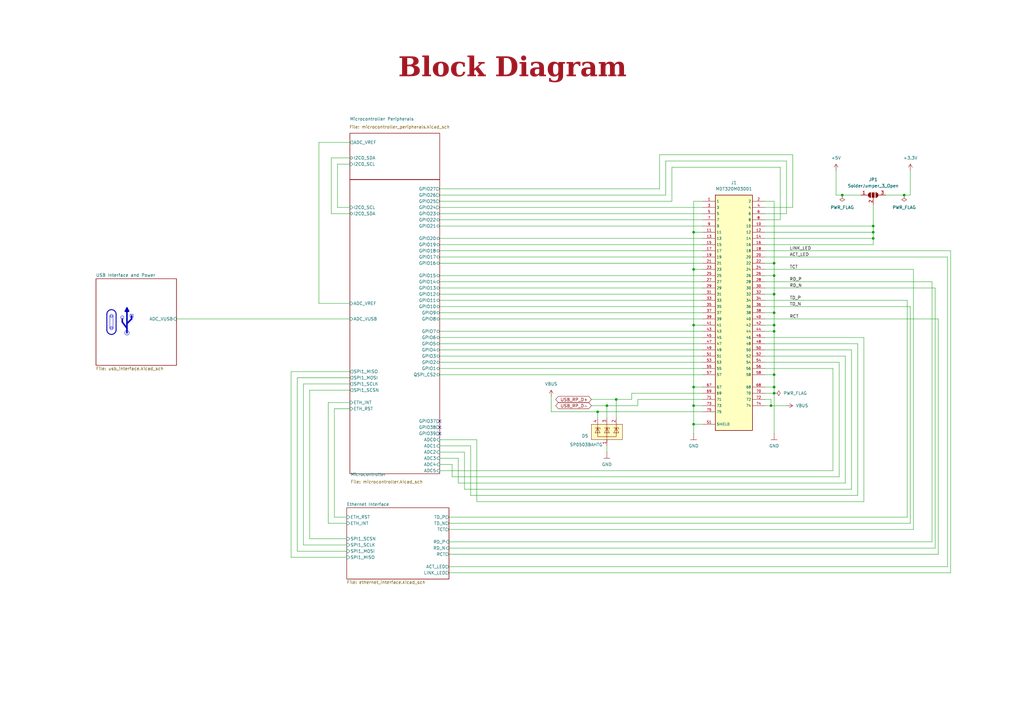
<source format=kicad_sch>
(kicad_sch (version 20250114) (generator "eeschema") (generator_version "9.0")
  (paper "A3")
  (title_block (title "Project Architecture") (date "2026-02-05") (rev "1.0.0") (company "DvidMakesThings"))
  (lib_symbols
    (symbol "DS_Connector:PCIe M.2 M-Key Card" (exclude_from_sim yes) (in_bom no)
      (property "Reference" "J" (at -7.112 53.34 0))
      (property "Value" "MDT320M03001" (at -9.398 -53.594 0))
      (symbol "PCIe M.2 M-Key Card_0_0"
        (rectangle (start -7.62 -48.26) (end 7.62 48.26) (stroke (width 0.254)) (fill (type background)))
        (pin passive line (at -12.7 45.72 0) (length 5.08) (name "1") (number "1"))
        (pin passive line (at -12.7 43.18 0) (length 5.08) (name "3") (number "3"))
        (pin passive line (at -12.7 40.64 0) (length 5.08) (name "5") (number "5"))
        (pin passive line (at -12.7 38.1 0) (length 5.08) (name "7") (number "7"))
        (pin passive line (at -12.7 35.56 0) (length 5.08) (name "9") (number "9"))
        (pin passive line (at -12.7 33.02 0) (length 5.08) (name "11") (number "11"))
        (pin passive line (at -12.7 30.48 0) (length 5.08) (name "13") (number "13"))
        (pin passive line (at -12.7 27.94 0) (length 5.08) (name "15") (number "15"))
        (pin passive line (at -12.7 25.4 0) (length 5.08) (name "17") (number "17"))
        (pin passive line (at -12.7 22.86 0) (length 5.08) (name "19") (number "19"))
        (pin passive line (at -12.7 20.32 0) (length 5.08) (name "21") (number "21"))
        (pin passive line (at -12.7 17.78 0) (length 5.08) (name "23") (number "23"))
        (pin passive line (at -12.7 15.24 0) (length 5.08) (name "25") (number "25"))
        (pin passive line (at -12.7 12.7 0) (length 5.08) (name "27") (number "27"))
        (pin passive line (at -12.7 10.16 0) (length 5.08) (name "29") (number "29"))
        (pin passive line (at -12.7 7.62 0) (length 5.08) (name "31") (number "31"))
        (pin passive line (at -12.7 5.08 0) (length 5.08) (name "33") (number "33"))
        (pin passive line (at -12.7 2.54 0) (length 5.08) (name "35") (number "35"))
        (pin passive line (at -12.7 0 0) (length 5.08) (name "37") (number "37"))
        (pin passive line (at -12.7 -2.54 0) (length 5.08) (name "39") (number "39"))
        (pin passive line (at -12.7 -5.08 0) (length 5.08) (name "41") (number "41"))
        (pin passive line (at -12.7 -7.62 0) (length 5.08) (name "43") (number "43"))
        (pin passive line (at -12.7 -10.16 0) (length 5.08) (name "45") (number "45"))
        (pin passive line (at -12.7 -12.7 0) (length 5.08) (name "47") (number "47"))
        (pin passive line (at -12.7 -15.24 0) (length 5.08) (name "49") (number "49"))
        (pin passive line (at -12.7 -17.78 0) (length 5.08) (name "51") (number "51"))
        (pin passive line (at -12.7 -20.32 0) (length 5.08) (name "53") (number "53"))
        (pin passive line (at -12.7 -22.86 0) (length 5.08) (name "55") (number "55"))
        (pin passive line (at -12.7 -25.4 0) (length 5.08) (name "57") (number "57"))
        (pin passive line (at -12.7 -30.48 0) (length 5.08) (name "67") (number "67"))
        (pin passive line (at -12.7 -33.02 0) (length 5.08) (name "69") (number "69"))
        (pin passive line (at -12.7 -35.56 0) (length 5.08) (name "71") (number "71"))
        (pin passive line (at -12.7 -38.1 0) (length 5.08) (name "73") (number "73"))
        (pin passive line (at -12.7 -40.64 0) (length 5.08) (name "75") (number "75"))
        (pin passive line (at -12.7 -45.72 0) (length 5.08) (name "SHIELD") (number "S1"))
        (pin passive line (at -12.7 -45.72 0) (length 5.08) (hide yes) (name "SHIELD") (number "S2"))
        (pin passive line (at 12.7 45.72 180) (length 5.08) (name "2") (number "2"))
        (pin passive line (at 12.7 43.18 180) (length 5.08) (name "4") (number "4"))
        (pin passive line (at 12.7 40.64 180) (length 5.08) (name "6") (number "6"))
        (pin passive line (at 12.7 38.1 180) (length 5.08) (name "8") (number "8"))
        (pin passive line (at 12.7 35.56 180) (length 5.08) (name "10") (number "10"))
        (pin passive line (at 12.7 33.02 180) (length 5.08) (name "12") (number "12"))
        (pin passive line (at 12.7 30.48 180) (length 5.08) (name "14") (number "14"))
        (pin passive line (at 12.7 27.94 180) (length 5.08) (name "16") (number "16"))
        (pin passive line (at 12.7 25.4 180) (length 5.08) (name "18") (number "18"))
        (pin passive line (at 12.7 22.86 180) (length 5.08) (name "20") (number "20"))
        (pin passive line (at 12.7 20.32 180) (length 5.08) (name "22") (number "22"))
        (pin passive line (at 12.7 17.78 180) (length 5.08) (name "24") (number "24"))
        (pin passive line (at 12.7 15.24 180) (length 5.08) (name "26") (number "26"))
        (pin passive line (at 12.7 12.7 180) (length 5.08) (name "28") (number "28"))
        (pin passive line (at 12.7 10.16 180) (length 5.08) (name "30") (number "30"))
        (pin passive line (at 12.7 7.62 180) (length 5.08) (name "32") (number "32"))
        (pin passive line (at 12.7 5.08 180) (length 5.08) (name "34") (number "34"))
        (pin passive line (at 12.7 2.54 180) (length 5.08) (name "36") (number "36"))
        (pin passive line (at 12.7 0 180) (length 5.08) (name "38") (number "38"))
        (pin passive line (at 12.7 -2.54 180) (length 5.08) (name "40") (number "40"))
        (pin passive line (at 12.7 -5.08 180) (length 5.08) (name "42") (number "42"))
        (pin passive line (at 12.7 -7.62 180) (length 5.08) (name "44") (number "44"))
        (pin passive line (at 12.7 -10.16 180) (length 5.08) (name "46") (number "46"))
        (pin passive line (at 12.7 -12.7 180) (length 5.08) (name "48") (number "48"))
        (pin passive line (at 12.7 -15.24 180) (length 5.08) (name "50") (number "50"))
        (pin passive line (at 12.7 -17.78 180) (length 5.08) (name "52") (number "52"))
        (pin passive line (at 12.7 -20.32 180) (length 5.08) (name "54") (number "54"))
        (pin passive line (at 12.7 -22.86 180) (length 5.08) (name "56") (number "56"))
        (pin passive line (at 12.7 -25.4 180) (length 5.08) (name "58") (number "58"))
        (pin passive line (at 12.7 -30.48 180) (length 5.08) (name "68") (number "68"))
        (pin passive line (at 12.7 -33.02 180) (length 5.08) (name "70") (number "70"))
        (pin passive line (at 12.7 -35.56 180) (length 5.08) (name "72") (number "72"))
        (pin passive line (at 12.7 -38.1 180) (length 5.08) (name "74") (number "74"))
      )
    )
    (symbol "DS_Diode:SP0503BAHTG"
      (property "Reference" "D" (at 7.112 -0.762 0))
      (property "Value" "SP0503BAHTG" (at 6.858 -3.048 0))
      (symbol "SP0503BAHTG_0_1"
        (polyline (pts (xy -3.81 1.27) (xy -3.81 2.54) (xy -3.81 0)))
        (polyline (pts (xy -3.81 1.016) (xy -3.81 -1.016)))
        (polyline (pts (xy -3.81 0) (xy -3.81 -2.54) (xy 3.81 -2.54) (xy 3.81 0)))
        (polyline (pts (xy -2.794 1.016) (xy -4.826 1.016) (xy -4.826 0.508)))
        (polyline (pts (xy -2.794 -1.016) (xy -3.81 1.016) (xy -4.826 -1.016) (xy -2.794 -1.016)))
        (polyline (pts (xy 0 1.016) (xy 0 -1.016)))
        (polyline (pts (xy 0 0) (xy 0 2.54)))
        (polyline (pts (xy 0 -2.54) (xy 0 0)))
        (polyline (pts (xy 0 -5.08) (xy 0 -2.54)))
        (polyline (pts (xy 1.016 1.016) (xy -1.016 1.016) (xy -1.016 0.508)))
        (polyline (pts (xy 1.016 -1.016) (xy 0 1.016) (xy -1.016 -1.016) (xy 1.016 -1.016)))
        (polyline (pts (xy 3.81 1.016) (xy 3.81 -1.016)))
        (polyline (pts (xy 3.81 0) (xy 3.81 2.54)))
        (polyline (pts (xy 4.826 1.016) (xy 2.794 1.016) (xy 2.794 0.508)))
        (polyline (pts (xy 4.826 -1.016) (xy 3.81 1.016) (xy 2.794 -1.016) (xy 4.826 -1.016)))
      )
      (symbol "SP0503BAHTG_1_1"
        (rectangle (start -6.35 2.54) (end 6.35 -3.81) (fill (type color) (color 255 255 195 1)))
        (pin passive line (at -3.81 5.08 270) (length 2.54) (name "") (number "2"))
        (pin passive line (at 0 5.08 270) (length 2.54) (name "") (number "3"))
        (pin passive line (at 0 -6.35 90) (length 2.54) (name "") (number "1"))
        (pin passive line (at 3.81 5.08 270) (length 2.54) (name "") (number "4"))
      )
    )
    (symbol "DS_Supply:GND" (power) (pin_numbers (hide yes)) (pin_names (offset 0) (hide yes))
      (property "Value" "GND" (at 0 -3.81 0))
      (symbol "GND_0_1"
        (polyline (pts (xy 0 0) (xy 0 -2.54) (xy 1.27 -2.54) (xy 0 -2.54) (xy -1.27 -2.54) (xy 0 -2.54)))
      )
      (symbol "GND_1_1"
        (pin power_in line (at 0 0 270) (length 0) (name "~") (number "1"))
      )
    )
    (symbol "Jumper:SolderJumper_3_Open" (pin_names (offset 0) (hide yes)) (in_bom no)
      (property "Reference" "JP" (at -2.54 -2.54 0))
      (property "Value" "SolderJumper_3_Open" (at 0 2.794 0))
      (symbol "SolderJumper_3_Open_0_1"
        (polyline (pts (xy -2.54 0) (xy -2.032 0)))
        (polyline (pts (xy -1.016 1.016) (xy -1.016 -1.016)))
        (arc (start -1.016 -1.016) (mid -2.0276 0) (end -1.016 1.016))
        (arc (start -1.016 -1.016) (mid -2.0276 0) (end -1.016 1.016) (fill (type outline)))
        (rectangle (start -0.508 1.016) (end 0.508 -1.016) (fill (type outline)))
        (polyline (pts (xy 0 -1.27) (xy 0 -1.016)))
        (arc (start 1.016 1.016) (mid 2.0276 0) (end 1.016 -1.016))
        (arc (start 1.016 1.016) (mid 2.0276 0) (end 1.016 -1.016) (fill (type outline)))
        (polyline (pts (xy 1.016 1.016) (xy 1.016 -1.016)))
        (polyline (pts (xy 2.54 0) (xy 2.032 0)))
      )
      (symbol "SolderJumper_3_Open_1_1"
        (pin passive line (at -5.08 0 0) (length 2.54) (name "A") (number "1"))
        (pin passive line (at 0 -3.81 90) (length 2.54) (name "C") (number "2"))
        (pin passive line (at 5.08 0 180) (length 2.54) (name "B") (number "3"))
      )
    )
    (symbol "power:+3.3V" (power) (pin_numbers (hide yes)) (pin_names (offset 0) (hide yes))
      (property "Value" "+3.3V" (at 0 3.556 0))
      (symbol "+3.3V_0_1"
        (polyline (pts (xy -0.762 1.27) (xy 0 2.54)))
        (polyline (pts (xy 0 2.54) (xy 0.762 1.27)))
        (polyline (pts (xy 0 0) (xy 0 2.54)))
      )
      (symbol "+3.3V_1_1"
        (pin power_in line (at 0 0 90) (length 0) (name "~") (number "1"))
      )
    )
    (symbol "power:+5V" (power) (pin_numbers (hide yes)) (pin_names (offset 0) (hide yes))
      (property "Value" "+5V" (at 0 3.556 0))
      (symbol "+5V_0_1"
        (polyline (pts (xy -0.762 1.27) (xy 0 2.54)))
        (polyline (pts (xy 0 2.54) (xy 0.762 1.27)))
        (polyline (pts (xy 0 0) (xy 0 2.54)))
      )
      (symbol "+5V_1_1"
        (pin power_in line (at 0 0 90) (length 0) (name "~") (number "1"))
      )
    )
    (symbol "power:PWR_FLAG" (power) (pin_numbers (hide yes)) (pin_names (offset 0) (hide yes))
      (property "Value" "PWR_FLAG" (at 0 3.81 0))
      (symbol "PWR_FLAG_0_0"
        (pin power_out line (at 0 0 90) (length 0) (name "~") (number "1"))
      )
      (symbol "PWR_FLAG_0_1"
        (polyline (pts (xy 0 0) (xy 0 1.27) (xy -1.016 1.905) (xy 0 2.54) (xy 1.016 1.905) (xy 0 1.27)))
      )
    )
    (symbol "power:VBUS" (power) (pin_numbers (hide yes)) (pin_names (offset 0) (hide yes))
      (property "Value" "VBUS" (at 0 3.556 0))
      (symbol "VBUS_0_1"
        (polyline (pts (xy -0.762 1.27) (xy 0 2.54)))
        (polyline (pts (xy 0 2.54) (xy 0.762 1.27)))
        (polyline (pts (xy 0 0) (xy 0 2.54)))
      )
      (symbol "VBUS_1_1"
        (pin power_in line (at 0 0 90) (length 0) (name "~") (number "1"))
      )
    )
  )
  (rectangle (start 53.34 128.905) (end 54.61 130.175) (fill (type color)))
  (arc (start 47.625 135.255) (mid 47.067 136.602) (end 45.72 137.16) (stroke (width 0.381)))
  (circle (center 45.72 134.62) (radius 0.635) (fill (type color)))
  (circle (center 45.72 129.54) (radius 0.635) (fill (type color)))
  (arc (start 45.72 127) (mid 47.067 127.558) (end 47.625 128.905) (stroke (width 0.381)))
  (circle (center 52.07 136.525) (radius 0.898) (fill (type color)))
  (circle (center 50.165 130.175) (radius 0.635) (fill (type color)))
  (rectangle (start 45.085 129.54) (end 46.355 134.62) (fill (type color)))
  (arc (start 45.72 137.16) (mid 44.373 136.602) (end 43.815 135.255) (stroke (width 0.381)))
  (arc (start 43.815 128.905) (mid 44.373 127.558) (end 45.72 127) (stroke (width 0.381)))
  (text "R37 + R38 (5.1 kΩ) + C21 (100 nF): \nVBUS voltage sense divider and RC \nfiltering for the ADC input; with \nequal resistors the ADC sees VBUS/2.\nOnly USB-Attached detection" (at 531.876 140.208 0) (effects (font (size 1.27 1.27)) (justify left)))
  (text_box "Block Diagram" (at 144.78 21.59 0) (size 130.81 12.7) (margins 5.9999 5.9999 5.9999 5.9999) (stroke (width -0.0001)) (effects (font (size 8 8) (thickness 1.2) (bold yes))))
  (junction (at 317.5 120.65))
  (junction (at 317.5 107.95))
  (junction (at 284.48 133.35))
  (junction (at 284.48 95.25))
  (junction (at 316.23 166.37))
  (junction (at 252.73 163.83))
  (junction (at 284.48 158.75))
  (junction (at 358.14 97.79))
  (junction (at 317.5 113.03))
  (junction (at 245.11 168.91))
  (junction (at 370.84 80.01))
  (junction (at 248.92 166.37))
  (junction (at 317.5 128.27))
  (junction (at 284.48 173.99))
  (junction (at 317.5 133.35))
  (junction (at 284.48 110.49))
  (junction (at 358.14 95.25))
  (junction (at 317.5 158.75))
  (junction (at 358.14 92.71))
  (junction (at 317.5 153.67))
  (junction (at 317.5 135.89))
  (junction (at 284.48 166.37))
  (junction (at 345.44 80.01))
  (junction (at 317.5 161.29))
  (no_connect (at 180.34 172.72))
  (no_connect (at 180.34 177.8))
  (no_connect (at 180.34 175.26))
  (wire (pts (xy 313.69 161.29) (xy 317.5 161.29)))
  (wire (pts (xy 143.51 157.48) (xy 124.46 157.48)))
  (wire (pts (xy 184.15 222.25) (xy 382.27 222.25)))
  (wire (pts (xy 143.51 64.77) (xy 135.89 64.77)))
  (wire (pts (xy 119.38 152.4) (xy 119.38 228.6)))
  (wire (pts (xy 245.11 168.91) (xy 288.29 168.91)))
  (wire (pts (xy 119.38 228.6) (xy 142.24 228.6)))
  (wire (pts (xy 180.34 140.97) (xy 288.29 140.97)))
  (wire (pts (xy 345.44 80.01) (xy 342.9 80.01)))
  (wire (pts (xy 180.34 97.79) (xy 288.29 97.79)))
  (wire (pts (xy 180.34 107.95) (xy 288.29 107.95)))
  (wire (pts (xy 317.5 153.67) (xy 317.5 158.75)))
  (polyline (pts (xy 53.975 129.54) (xy 53.975 130.81)) (stroke (width 0.635)))
  (polyline (pts (xy 52.07 126.365) (xy 52.705 127.635)) (stroke (width 0.635)))
  (wire (pts (xy 261.62 163.83) (xy 261.62 166.37)))
  (wire (pts (xy 313.69 163.83) (xy 316.23 163.83)))
  (wire (pts (xy 317.5 161.29) (xy 317.5 177.8)))
  (wire (pts (xy 248.92 166.37) (xy 261.62 166.37)))
  (wire (pts (xy 226.06 168.91) (xy 226.06 162.56)))
  (wire (pts (xy 180.34 82.55) (xy 275.59 82.55)))
  (wire (pts (xy 242.57 163.83) (xy 252.73 163.83)))
  (wire (pts (xy 313.69 130.81) (xy 384.81 130.81)))
  (wire (pts (xy 273.05 80.01) (xy 273.05 66.04)))
  (wire (pts (xy 143.51 152.4) (xy 119.38 152.4)))
  (wire (pts (xy 284.48 82.55) (xy 288.29 82.55)))
  (wire (pts (xy 284.48 173.99) (xy 284.48 177.8)))
  (wire (pts (xy 180.34 80.01) (xy 273.05 80.01)))
  (wire (pts (xy 190.5 185.42) (xy 190.5 200.66)))
  (wire (pts (xy 317.5 120.65) (xy 317.5 128.27)))
  (wire (pts (xy 313.69 143.51) (xy 349.25 143.51)))
  (wire (pts (xy 252.73 163.83) (xy 252.73 171.45)))
  (polyline (pts (xy 52.07 126.365) (xy 52.07 136.525)) (stroke (width 0.635)))
  (wire (pts (xy 313.69 118.11) (xy 383.54 118.11)))
  (wire (pts (xy 284.48 110.49) (xy 288.29 110.49)))
  (wire (pts (xy 313.69 148.59) (xy 344.17 148.59)))
  (wire (pts (xy 180.34 85.09) (xy 288.29 85.09)))
  (wire (pts (xy 180.34 100.33) (xy 288.29 100.33)))
  (wire (pts (xy 284.48 95.25) (xy 288.29 95.25)))
  (wire (pts (xy 288.29 161.29) (xy 259.08 161.29)))
  (wire (pts (xy 270.51 77.47) (xy 270.51 63.5)))
  (wire (pts (xy 193.04 182.88) (xy 180.34 182.88)))
  (wire (pts (xy 284.48 110.49) (xy 284.48 133.35)))
  (wire (pts (xy 127 220.98) (xy 127 160.02)))
  (wire (pts (xy 284.48 166.37) (xy 288.29 166.37)))
  (wire (pts (xy 142.24 220.98) (xy 127 220.98)))
  (wire (pts (xy 180.34 105.41) (xy 288.29 105.41)))
  (wire (pts (xy 374.65 110.49) (xy 374.65 217.17)))
  (wire (pts (xy 180.34 123.19) (xy 288.29 123.19)))
  (wire (pts (xy 313.69 146.05) (xy 346.71 146.05)))
  (wire (pts (xy 180.34 87.63) (xy 288.29 87.63)))
  (wire (pts (xy 313.69 97.79) (xy 358.14 97.79)))
  (wire (pts (xy 135.89 87.63) (xy 143.51 87.63)))
  (wire (pts (xy 273.05 66.04) (xy 322.58 66.04)))
  (polyline (pts (xy 52.07 134.62) (xy 50.165 132.08)) (stroke (width 0.635)))
  (wire (pts (xy 137.16 212.09) (xy 142.24 212.09)))
  (wire (pts (xy 313.69 115.57) (xy 382.27 115.57)))
  (wire (pts (xy 325.12 63.5) (xy 325.12 85.09)))
  (wire (pts (xy 313.69 90.17) (xy 320.04 90.17)))
  (wire (pts (xy 275.59 82.55) (xy 275.59 68.58)))
  (wire (pts (xy 180.34 135.89) (xy 288.29 135.89)))
  (wire (pts (xy 322.58 66.04) (xy 322.58 87.63)))
  (wire (pts (xy 316.23 163.83) (xy 316.23 166.37)))
  (polyline (pts (xy 47.625 128.905) (xy 47.625 135.255)) (stroke (width 0.381)))
  (wire (pts (xy 358.14 97.79) (xy 358.14 95.25)))
  (wire (pts (xy 180.34 102.87) (xy 288.29 102.87)))
  (wire (pts (xy 248.92 166.37) (xy 248.92 171.45)))
  (wire (pts (xy 193.04 203.2) (xy 193.04 182.88)))
  (wire (pts (xy 142.24 226.06) (xy 121.92 226.06)))
  (wire (pts (xy 313.69 135.89) (xy 317.5 135.89)))
  (wire (pts (xy 143.51 167.64) (xy 137.16 167.64)))
  (wire (pts (xy 190.5 200.66) (xy 349.25 200.66)))
  (wire (pts (xy 195.58 180.34) (xy 195.58 205.74)))
  (wire (pts (xy 344.17 148.59) (xy 344.17 195.58)))
  (wire (pts (xy 242.57 166.37) (xy 248.92 166.37)))
  (wire (pts (xy 284.48 133.35) (xy 284.48 158.75)))
  (wire (pts (xy 288.29 163.83) (xy 261.62 163.83)))
  (wire (pts (xy 313.69 138.43) (xy 354.33 138.43)))
  (wire (pts (xy 313.69 133.35) (xy 317.5 133.35)))
  (wire (pts (xy 184.15 232.41) (xy 388.62 232.41)))
  (wire (pts (xy 372.11 123.19) (xy 372.11 212.09)))
  (wire (pts (xy 313.69 151.13) (xy 341.63 151.13)))
  (wire (pts (xy 180.34 115.57) (xy 288.29 115.57)))
  (polyline (pts (xy 43.815 128.905) (xy 43.815 135.255)) (stroke (width 0.381)))
  (wire (pts (xy 313.69 120.65) (xy 317.5 120.65)))
  (wire (pts (xy 195.58 205.74) (xy 354.33 205.74)))
  (wire (pts (xy 184.15 224.79) (xy 383.54 224.79)))
  (wire (pts (xy 313.69 102.87) (xy 389.89 102.87)))
  (polyline (pts (xy 51.435 127.635) (xy 52.705 127.635)) (stroke (width 0.635)))
  (wire (pts (xy 184.15 212.09) (xy 372.11 212.09)))
  (wire (pts (xy 130.81 124.46) (xy 143.51 124.46)))
  (wire (pts (xy 180.34 125.73) (xy 288.29 125.73)))
  (wire (pts (xy 313.69 140.97) (xy 351.79 140.97)))
  (wire (pts (xy 270.51 63.5) (xy 325.12 63.5)))
  (wire (pts (xy 180.34 113.03) (xy 288.29 113.03)))
  (wire (pts (xy 185.42 190.5) (xy 185.42 195.58)))
  (wire (pts (xy 353.06 80.01) (xy 345.44 80.01)))
  (wire (pts (xy 143.51 58.42) (xy 130.81 58.42)))
  (wire (pts (xy 184.15 234.95) (xy 389.89 234.95)))
  (wire (pts (xy 341.63 151.13) (xy 341.63 193.04)))
  (wire (pts (xy 346.71 146.05) (xy 346.71 198.12)))
  (wire (pts (xy 135.89 64.77) (xy 135.89 87.63)))
  (wire (pts (xy 180.34 118.11) (xy 288.29 118.11)))
  (wire (pts (xy 316.23 166.37) (xy 313.69 166.37)))
  (wire (pts (xy 383.54 118.11) (xy 383.54 224.79)))
  (wire (pts (xy 275.59 68.58) (xy 320.04 68.58)))
  (wire (pts (xy 259.08 161.29) (xy 259.08 163.83)))
  (wire (pts (xy 142.24 214.63) (xy 134.62 214.63)))
  (wire (pts (xy 180.34 190.5) (xy 185.42 190.5)))
  (wire (pts (xy 180.34 120.65) (xy 288.29 120.65)))
  (wire (pts (xy 384.81 227.33) (xy 384.81 130.81)))
  (wire (pts (xy 284.48 158.75) (xy 284.48 166.37)))
  (wire (pts (xy 138.43 67.31) (xy 138.43 85.09)))
  (wire (pts (xy 143.51 67.31) (xy 138.43 67.31)))
  (polyline (pts (xy 52.07 132.715) (xy 53.975 130.81)) (stroke (width 0.635)))
  (wire (pts (xy 349.25 143.51) (xy 349.25 200.66)))
  (wire (pts (xy 351.79 203.2) (xy 193.04 203.2)))
  (wire (pts (xy 351.79 140.97) (xy 351.79 203.2)))
  (wire (pts (xy 187.96 198.12) (xy 346.71 198.12)))
  (polyline (pts (xy 50.165 130.81) (xy 50.165 132.08)) (stroke (width 0.635)))
  (wire (pts (xy 358.14 95.25) (xy 358.14 92.71)))
  (wire (pts (xy 180.34 151.13) (xy 288.29 151.13)))
  (wire (pts (xy 284.48 166.37) (xy 284.48 173.99)))
  (wire (pts (xy 72.39 130.81) (xy 143.51 130.81)))
  (wire (pts (xy 388.62 232.41) (xy 388.62 105.41)))
  (wire (pts (xy 180.34 193.04) (xy 341.63 193.04)))
  (wire (pts (xy 389.89 102.87) (xy 389.89 234.95)))
  (wire (pts (xy 248.92 185.42) (xy 248.92 182.88)))
  (wire (pts (xy 245.11 168.91) (xy 245.11 171.45)))
  (wire (pts (xy 134.62 214.63) (xy 134.62 165.1)))
  (wire (pts (xy 313.69 95.25) (xy 358.14 95.25)))
  (wire (pts (xy 180.34 143.51) (xy 288.29 143.51)))
  (wire (pts (xy 121.92 154.94) (xy 143.51 154.94)))
  (wire (pts (xy 284.48 133.35) (xy 288.29 133.35)))
  (wire (pts (xy 317.5 113.03) (xy 317.5 120.65)))
  (wire (pts (xy 320.04 68.58) (xy 320.04 90.17)))
  (wire (pts (xy 370.84 80.01) (xy 373.38 80.01)))
  (wire (pts (xy 180.34 128.27) (xy 288.29 128.27)))
  (wire (pts (xy 313.69 82.55) (xy 317.5 82.55)))
  (wire (pts (xy 137.16 167.64) (xy 137.16 212.09)))
  (polyline (pts (xy 52.07 126.365) (xy 51.435 127.635)) (stroke (width 0.635)))
  (wire (pts (xy 138.43 85.09) (xy 143.51 85.09)))
  (wire (pts (xy 313.69 105.41) (xy 388.62 105.41)))
  (wire (pts (xy 180.34 90.17) (xy 288.29 90.17)))
  (wire (pts (xy 317.5 107.95) (xy 317.5 113.03)))
  (wire (pts (xy 284.48 158.75) (xy 288.29 158.75)))
  (wire (pts (xy 185.42 195.58) (xy 344.17 195.58)))
  (wire (pts (xy 313.69 85.09) (xy 325.12 85.09)))
  (wire (pts (xy 180.34 130.81) (xy 288.29 130.81)))
  (wire (pts (xy 313.69 107.95) (xy 317.5 107.95)))
  (wire (pts (xy 284.48 95.25) (xy 284.48 110.49)))
  (wire (pts (xy 184.15 227.33) (xy 384.81 227.33)))
  (wire (pts (xy 342.9 69.85) (xy 342.9 80.01)))
  (wire (pts (xy 184.15 214.63) (xy 373.38 214.63)))
  (wire (pts (xy 124.46 157.48) (xy 124.46 223.52)))
  (wire (pts (xy 180.34 180.34) (xy 195.58 180.34)))
  (wire (pts (xy 284.48 82.55) (xy 284.48 95.25)))
  (wire (pts (xy 180.34 92.71) (xy 288.29 92.71)))
  (wire (pts (xy 373.38 214.63) (xy 373.38 125.73)))
  (wire (pts (xy 322.58 166.37) (xy 316.23 166.37)))
  (wire (pts (xy 354.33 138.43) (xy 354.33 205.74)))
  (wire (pts (xy 313.69 125.73) (xy 373.38 125.73)))
  (wire (pts (xy 180.34 77.47) (xy 270.51 77.47)))
  (wire (pts (xy 313.69 113.03) (xy 317.5 113.03)))
  (wire (pts (xy 317.5 82.55) (xy 317.5 107.95)))
  (wire (pts (xy 121.92 226.06) (xy 121.92 154.94)))
  (wire (pts (xy 180.34 138.43) (xy 288.29 138.43)))
  (wire (pts (xy 317.5 128.27) (xy 317.5 133.35)))
  (wire (pts (xy 313.69 153.67) (xy 317.5 153.67)))
  (wire (pts (xy 313.69 110.49) (xy 374.65 110.49)))
  (wire (pts (xy 130.81 58.42) (xy 130.81 124.46)))
  (wire (pts (xy 134.62 165.1) (xy 143.51 165.1)))
  (wire (pts (xy 382.27 115.57) (xy 382.27 222.25)))
  (wire (pts (xy 187.96 187.96) (xy 187.96 198.12)))
  (wire (pts (xy 313.69 92.71) (xy 358.14 92.71)))
  (wire (pts (xy 313.69 87.63) (xy 322.58 87.63)))
  (wire (pts (xy 180.34 148.59) (xy 288.29 148.59)))
  (wire (pts (xy 373.38 69.85) (xy 373.38 80.01)))
  (wire (pts (xy 252.73 163.83) (xy 259.08 163.83)))
  (wire (pts (xy 313.69 158.75) (xy 317.5 158.75)))
  (wire (pts (xy 226.06 168.91) (xy 245.11 168.91)))
  (wire (pts (xy 313.69 100.33) (xy 358.14 100.33)))
  (wire (pts (xy 358.14 100.33) (xy 358.14 97.79)))
  (wire (pts (xy 313.69 128.27) (xy 317.5 128.27)))
  (wire (pts (xy 180.34 185.42) (xy 190.5 185.42)))
  (wire (pts (xy 184.15 217.17) (xy 374.65 217.17)))
  (wire (pts (xy 180.34 187.96) (xy 187.96 187.96)))
  (wire (pts (xy 317.5 135.89) (xy 317.5 153.67)))
  (wire (pts (xy 284.48 173.99) (xy 288.29 173.99)))
  (wire (pts (xy 363.22 80.01) (xy 370.84 80.01)))
  (wire (pts (xy 313.69 123.19) (xy 372.11 123.19)))
  (wire (pts (xy 124.46 223.52) (xy 142.24 223.52)))
  (wire (pts (xy 180.34 146.05) (xy 288.29 146.05)))
  (wire (pts (xy 317.5 133.35) (xy 317.5 135.89)))
  (wire (pts (xy 358.14 83.82) (xy 358.14 92.71)))
  (wire (pts (xy 317.5 158.75) (xy 317.5 161.29)))
  (wire (pts (xy 180.34 153.67) (xy 288.29 153.67)))
  (wire (pts (xy 127 160.02) (xy 143.51 160.02)))
  (label "RCT" (at 323.85 130.81 0))
  (label "RD_N" (at 323.85 118.11 0))
  (label "TD_P" (at 323.85 123.19 0))
  (label "ACT_LED" (at 323.85 105.41 0))
  (label "TCT" (at 323.85 110.49 0))
  (label "LINK_LED" (at 323.85 102.87 0))
  (label "RD_P" (at 323.85 115.57 0))
  (label "TD_N" (at 323.85 125.73 0))
  (global_label "USB_RP_D-" (shape bidirectional) (at 242.57 166.37 180) (property "Intersheetrefs" "${INTERSHEET_REFS}" (effects (hide yes))))
  (global_label "USB_RP_D+" (shape bidirectional) (at 242.57 163.83 180) (property "Intersheetrefs" "${INTERSHEET_REFS}" (effects (hide yes))))
  (symbol (lib_id "DS_Supply:GND") (at 248.92 185.42 0) (mirror y) (unit 1)
    (property "Reference" "#PWR093" (effects (hide yes)))
    (property "Value" "GND" (at 248.92 190.5 0))
    (property "Description" "Power symbol creates a global label with name \"GND\" , ground" (effects (hide yes)))
  )
  (symbol (lib_id "power:PWR_FLAG") (at 370.84 80.01 180) (unit 1)
    (property "Reference" "#FLG04" (effects (hide yes)))
    (property "Value" "PWR_FLAG" (at 370.84 85.09 0))
    (property "Description" "Special symbol for telling ERC where power comes from" (effects (hide yes)))
  )
  (symbol (lib_id "power:VBUS") (at 322.58 166.37 270) (mirror x) (unit 1)
    (property "Reference" "#PWR0100" (effects (hide yes)))
    (property "Value" "VBUS" (at 326.39 166.3699 90) (effects (justify left)))
    (property "Description" "Power symbol creates a global label with name \"VBUS\"" (effects (hide yes)))
  )
  (symbol (lib_id "Jumper:SolderJumper_3_Open") (at 358.14 80.01 0) (unit 1) (in_bom no)
    (property "Reference" "JP1" (at 358.14 73.66 0))
    (property "Value" "SolderJumper_3_Open" (at 358.14 76.2 0))
    (property "Footprint" "Jumper:SolderJumper-3_P1.3mm_Open_RoundedPad1.0x1.5mm" (effects (hide yes)))
    (property "Description" "Solder Jumper, 3-pole, open" (effects (hide yes)))
  )
  (symbol (lib_id "DS_Supply:GND") (at 317.5 177.8 0) (mirror y) (unit 1)
    (property "Reference" "#PWR0103" (effects (hide yes)))
    (property "Value" "GND" (at 317.5 182.88 0))
    (property "Description" "Power symbol creates a global label with name \"GND\" , ground" (effects (hide yes)))
  )
  (symbol (lib_id "DS_Diode:SP0503BAHTG") (at 248.92 176.53 0) (mirror y) (unit 1)
    (property "Reference" "D5" (at 241.3 178.816 0) (effects (justify left)))
    (property "Value" "SP0503BAHTG" (at 247.142 182.372 0) (effects (justify left)))
    (property "Footprint" "DS_Diode:SOT143" (effects (hide yes)))
    (property "Datasheet" "https://www.littelfuse.com/assetdocs/tvs-diode-array-spasp050xba-lead-freegreen-datasheet?assetguid=15a03de1-f0c6-457a-95f1-55d449fdd756" (effects (hide yes)))
    (property "Description" "10A@8/20us 14V 150W@8/20us 30pF SOT-143 ESD and Surge Protection (TVS/ESD) ROHS" (effects (hide yes)))
    (property "MPN" "SP0503BAHTG" (effects (hide yes)))
    (property "MFR" "TECH PUBLIC" (effects (hide yes)))
    (property "LCSC_PART" "C3040626" (effects (hide yes)))
    (property "ROHS" "YES" (effects (hide yes)))
  )
  (symbol (lib_id "DS_Connector:PCIe M.2 M-Key Card") (at 300.99 128.27 0) (unit 1) (exclude_from_sim yes) (in_bom no)
    (property "Reference" "J1" (at 300.99 74.93 0))
    (property "Value" "MDT320M03001" (at 300.99 77.47 0))
    (property "Footprint" "DS_Connector:M.2-M-KEY_Card_2280" (effects (hide yes)))
    (property "Datasheet" "https://cdn.amphenol-cs.com/media/wysiwyg/files/documentation/datasheet/ssio/ssio_pcie_m2.pdf" (effects (hide yes)))
    (property "Description" "67 Position Female Connector M.2 (NGFF) Mini Card Gold 0.020\" (0.50mm) Black M-Key" (effects (hide yes)))
    (property "ROHS" "YES" (effects (hide yes)))
  )
  (symbol (lib_id "power:+5V") (at 342.9 69.85 0) (unit 1)
    (property "Reference" "#PWR046" (effects (hide yes)))
    (property "Value" "+5V" (at 342.9 64.77 0))
    (property "Description" "Power symbol creates a global label with name \"+5V\"" (effects (hide yes)))
  )
  (symbol (lib_id "power:+3.3V") (at 373.38 69.85 0) (unit 1)
    (property "Reference" "#PWR050" (effects (hide yes)))
    (property "Value" "+3.3V" (at 373.38 64.77 0))
    (property "Description" "Power symbol creates a global label with name \"+3.3V\"" (effects (hide yes)))
  )
  (symbol (lib_id "DS_Supply:GND") (at 284.48 177.8 0) (mirror y) (unit 1)
    (property "Reference" "#PWR092" (effects (hide yes)))
    (property "Value" "GND" (at 284.48 182.88 0))
    (property "Description" "Power symbol creates a global label with name \"GND\" , ground" (effects (hide yes)))
  )
  (symbol (lib_id "power:VBUS") (at 226.06 162.56 0) (unit 1)
    (property "Reference" "#PWR091" (effects (hide yes)))
    (property "Value" "VBUS" (at 226.06 157.48 0))
    (property "Description" "Power symbol creates a global label with name \"VBUS\"" (effects (hide yes)))
  )
  (symbol (lib_id "power:PWR_FLAG") (at 317.5 161.29 270) (unit 1)
    (property "Reference" "#FLG07" (effects (hide yes)))
    (property "Value" "PWR_FLAG" (at 321.31 161.2899 90) (effects (justify left)))
    (property "Description" "Special symbol for telling ERC where power comes from" (effects (hide yes)))
  )
  (symbol (lib_id "power:PWR_FLAG") (at 345.44 80.01 180) (unit 1)
    (property "Reference" "#FLG03" (effects (hide yes)))
    (property "Value" "PWR_FLAG" (at 345.44 85.09 0))
    (property "Description" "Special symbol for telling ERC where power comes from" (effects (hide yes)))
  )
  (sheet (at 39.37 114.3) (size 33.02 35.56) (stroke (width 0.1524))
    (property "Sheetname" "USB Interface and Power" (at 39.37 113.5884 0) (effects (justify left bottom)))
    (property "Sheetfile" "usb_interface.kicad_sch" (at 39.37 150.4446 0) (effects (justify left top)))
    (pin "ADC_VUSB" input (at 72.39 130.81 0))
  )
  (sheet (at 143.51 73.66) (size 36.83 120.65) (stroke (width 0.1524))
    (property "Sheetname" "Microcontroller" (at 143.764 195.326 0) (effects (justify left bottom)))
    (property "Sheetfile" "microcontroller.kicad_sch" (at 143.764 196.85 0) (effects (justify left top)))
    (pin "GPIO25" output (at 180.34 82.55 0))
    (pin "GPIO26" output (at 180.34 80.01 0))
    (pin "GPIO27" output (at 180.34 77.47 0))
    (pin "GPIO37" output (at 180.34 172.72 0))
    (pin "GPIO38" output (at 180.34 175.26 0))
    (pin "GPIO39" output (at 180.34 177.8 0))
    (pin "ADC_VREF" input (at 143.51 124.46 180))
    (pin "ADC_VUSB" input (at 143.51 130.81 180))
    (pin "ADC0" input (at 180.34 180.34 0))
    (pin "ADC1" input (at 180.34 182.88 0))
    (pin "ADC5" input (at 180.34 193.04 0))
    (pin "ADC2" input (at 180.34 185.42 0))
    (pin "ADC3" input (at 180.34 187.96 0))
    (pin "ADC4" input (at 180.34 190.5 0))
    (pin "I2C0_SDA" bidirectional (at 143.51 87.63 180))
    (pin "I2C0_SCL" input (at 143.51 85.09 180))
    (pin "GPIO12" bidirectional (at 180.34 120.65 0))
    (pin "GPIO19" bidirectional (at 180.34 100.33 0))
    (pin "GPIO16" bidirectional (at 180.34 107.95 0))
    (pin "GPIO10" bidirectional (at 180.34 125.73 0))
    (pin "GPIO8" bidirectional (at 180.34 130.81 0))
    (pin "GPIO1" bidirectional (at 180.34 151.13 0))
    (pin "GPIO3" bidirectional (at 180.34 146.05 0))
    (pin "GPIO6" bidirectional (at 180.34 138.43 0))
    (pin "GPIO18" bidirectional (at 180.34 102.87 0))
    (pin "GPIO2" bidirectional (at 180.34 148.59 0))
    (pin "GPIO14" bidirectional (at 180.34 115.57 0))
    (pin "GPIO20" bidirectional (at 180.34 97.79 0))
    (pin "GPIO5" bidirectional (at 180.34 140.97 0))
    (pin "GPIO4" bidirectional (at 180.34 143.51 0))
    (pin "GPIO15" bidirectional (at 180.34 113.03 0))
    (pin "QSPI_CS2" bidirectional (at 180.34 153.67 0))
    (pin "GPIO17" bidirectional (at 180.34 105.41 0))
    (pin "GPIO7" bidirectional (at 180.34 135.89 0))
    (pin "GPIO9" bidirectional (at 180.34 128.27 0))
    (pin "GPIO13" bidirectional (at 180.34 118.11 0))
    (pin "GPIO11" bidirectional (at 180.34 123.19 0))
    (pin "GPIO23" bidirectional (at 180.34 87.63 0))
    (pin "GPIO22" bidirectional (at 180.34 90.17 0))
    (pin "GPIO21" bidirectional (at 180.34 92.71 0))
    (pin "GPIO24" output (at 180.34 85.09 0))
    (pin "SPI1_MISO" output (at 143.51 152.4 180))
    (pin "SPI1_MOSI" output (at 143.51 154.94 180))
    (pin "SPI1_SCLK" output (at 143.51 157.48 180))
    (pin "SPI1_SCSN" output (at 143.51 160.02 180))
    (pin "ETH_RST" input (at 143.51 167.64 180))
    (pin "ETH_INT" input (at 143.51 165.1 180))
  )
  (sheet (at 142.24 208.28) (size 41.91 29.21) (stroke (width 0.1524))
    (property "Sheetname" "Ethernet Interface" (at 142.24 207.5684 0) (effects (justify left bottom)))
    (property "Sheetfile" "ethernet_interface.kicad_sch" (at 142.24 238.0746 0) (effects (justify left top)))
    (pin "TCT" output (at 184.15 217.17 0))
    (pin "RD_N" input (at 184.15 224.79 0))
    (pin "TD_N" output (at 184.15 214.63 0))
    (pin "RCT" output (at 184.15 227.33 0))
    (pin "ACT_LED" output (at 184.15 232.41 0))
    (pin "RD_P" input (at 184.15 222.25 0))
    (pin "TD_P" output (at 184.15 212.09 0))
    (pin "LINK_LED" output (at 184.15 234.95 0))
    (pin "ETH_INT" input (at 142.24 214.63 180))
    (pin "ETH_RST" input (at 142.24 212.09 180))
    (pin "SPI1_MOSI" input (at 142.24 226.06 180))
    (pin "SPI1_SCLK" input (at 142.24 223.52 180))
    (pin "SPI1_SCSN" input (at 142.24 220.98 180))
    (pin "SPI1_MISO" input (at 142.24 228.6 180))
  )
  (sheet (at 143.51 54.61) (size 36.83 19.05) (stroke (width 0.1524))
    (property "Sheetname" "Microcontroller Peripherals" (at 143.51 49.53 0) (effects (justify left bottom)))
    (property "Sheetfile" "microcontroller_peripherals.kicad_sch" (at 143.256 51.308 0) (effects (justify left top)))
    (pin "I2C0_SDA" bidirectional (at 143.51 64.77 180))
    (pin "I2C0_SCL" input (at 143.51 67.31 180))
    (pin "ADC_VREF" output (at 143.51 58.42 180))
  )
)
</source>
